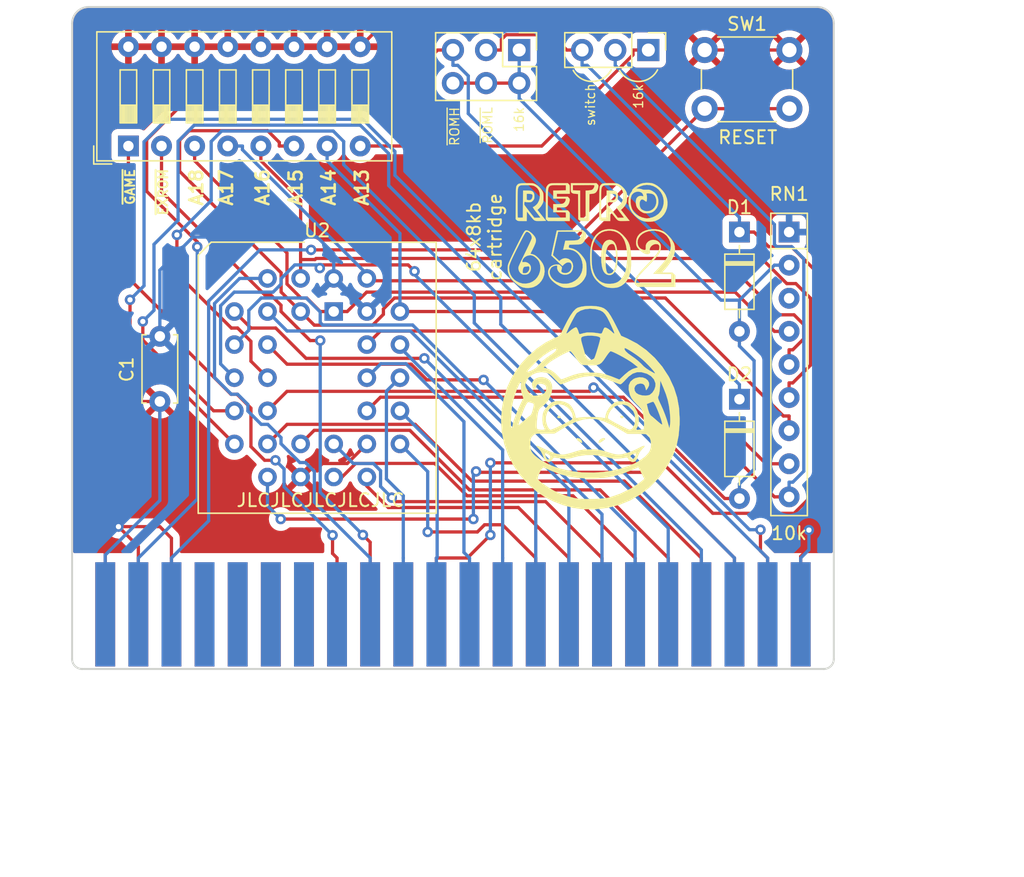
<source format=kicad_pcb>
(kicad_pcb (version 20240108) (generator "pcbnew") (generator_version "8.0")
  (layers (0 "F.Cu" signal) (31 "B.Cu" signal) (34 "B.Paste" user) (35 "F.Paste" user) (36 "B.SilkS" user "B.Silkscreen") (37 "F.SilkS" user "F.Silkscreen") (38 "B.Mask" user) (39 "F.Mask" user) (44 "Edge.Cuts" user))
  (net 0 "")
  (net 1 "GND")
  (net 2 "+5V")
  (net 3 "A13")
  (net 4 "A14")
  (net 5 "A15")
  (net 6 "A16")
  (net 7 "A17")
  (net 8 "Net-(U1-Pad4)")
  (net 9 "Net-(U1-Pad5)")
  (net 10 "Net-(U1-Pad6)")
  (net 11 "Net-(U1-Pad7)")
  (net 12 "Net-(U1-Pad10)")
  (net 13 "Net-(U1-Pad13)")
  (net 14 "Net-(U1-Pad12)")
  (net 15 "Net-(U1-PadF)")
  (net 16 "Net-(U1-PadH)")
  (net 17 "Net-(U1-PadJ)")
  (net 18 "Net-(U1-PadK)")
  (net 19 "Net-(U1-PadL)")
  (net 20 "Net-(U1-PadM)")
  (net 21 "Net-(U1-PadD)")
  (net 22 "Net-(U1-PadE)")
  (net 23 "Net-(U1-PadU)")
  (net 24 "Net-(U1-PadV)")
  (net 25 "Net-(U1-PadW)")
  (net 26 "Net-(U1-PadX)")
  (net 27 "Net-(U1-PadY)")
  (net 28 "Net-(U1-PadR)")
  (net 29 "Net-(U1-PadS)")
  (net 30 "Net-(U1-PadT)")
  (net 31 "Net-(U1-PadP)")
  (net 32 "Net-(U1-PadN)")
  (net 33 "A18")
  (net 34 "Net-(RN1-Pad3)")
  (net 35 "~{OE}")
  (net 36 "~{RES}")
  (net 37 "~{GAME}")
  (net 38 "~{EXROM}")
  (net 39 "~{ROML}")
  (net 40 "D7")
  (net 41 "D6")
  (net 42 "D5")
  (net 43 "D4")
  (net 44 "D3")
  (net 45 "D2")
  (net 46 "D1")
  (net 47 "D0")
  (net 48 "~{ROMH}")
  (net 49 "Net-(J2-Pad1)")
  (footprint "Capacitor_THT:C_Disc_D5.0mm_W2.5mm_P5.00mm" (layer "F.Cu") (at 29.845 51.435 -90)
    (property "Reference" "C1")
    (property "Value" "C")
  )
  (footprint "Button_Switch_THT:SW_PUSH_6mm" (layer "F.Cu") (at 71.628 29.464)
    (property "Reference" "SW1")
    (property "Value" "RESET")
  )
  (footprint "components:C64-Cart" (layer "F.Cu") (at 23.114 76.708)
    (property "Reference" "U1" (hide yes))
    (property "Value" "C64-Exp-Port" (hide yes))
  )
  (footprint "Resistor_THT:R_Array_SIP9" (layer "F.Cu") (at 78.105 43.434 -90)
    (property "Reference" "RN1")
    (property "Value" "10k")
  )
  (footprint "Diode_THT:D_DO-35_SOD27_P7.62mm_Horizontal" (layer "F.Cu") (at 74.295 43.434 -90)
    (property "Reference" "D1")
    (property "Value" "D")
  )
  (footprint "Diode_THT:D_DO-35_SOD27_P7.62mm_Horizontal" (layer "F.Cu") (at 74.295 56.261 -90)
    (property "Reference" "D2")
    (property "Value" "D")
  )
  (footprint "Connector_PinHeader_2.54mm:PinHeader_2x03_P2.54mm_Vertical" (layer "F.Cu") (at 57.404 29.464 -90)
    (property "Reference" "J1")
    (property "Value" "Jumper")
  )
  (footprint "Connector_PinHeader_2.54mm:PinHeader_1x03_P2.54mm_Vertical" (layer "F.Cu") (at 67.31 29.464 -90)
    (property "Reference" "J2")
    (property "Value" "A13switch")
  )
  (footprint "Button_Switch_THT:SW_DIP_SPSTx08_Slide_9.78x22.5mm_W7.62mm_P2.54mm" (layer "F.Cu") (at 27.432 36.83 90)
    (property "Reference" "SW2")
    (property "Value" "SW_DIP_x08")
  )
  (footprint "Package_LCC:PLCC-32_THT-Socket" (layer "F.Cu") (at 43.18 49.53)
    (property "Reference" "U2")
    (property "Value" "SST39SF040")
  )
  (footprint "components:retro6502_logo" (layer "F.Cu") (at 62.865 43.688)
    (property "Reference" "G***" (hide yes))
    (property "Value" "LOGO" (hide yes))
  )
  (footprint "components:slowpoke_400" (layer "F.Cu") (at 62.865 56.896)
    (property "Reference" "G***" (hide yes))
    (property "Value" "LOGO" (hide yes))
  )
  (gr_arc (start 68.014976 30.983484) (mid 66.57235 31.87682) (end 65.104003 31.026421) (stroke (width 0.12)) (layer "F.SilkS"))
  (gr_arc (start 64.458976 30.983484) (mid 63.01635 31.87682) (end 61.548003 31.026421) (stroke (width 0.12)) (layer "F.SilkS"))
  (gr_line (start 23.114 76.2) (end 23.114 27.432) (stroke (width 0.15)) (layer "Edge.Cuts"))
  (gr_line (start 81.534 27.432) (end 81.534 76.2) (stroke (width 0.15)) (layer "Edge.Cuts"))
  (gr_line (start 80.772 76.962) (end 23.876 76.962) (stroke (width 0.15)) (layer "Edge.Cuts"))
  (gr_arc (start 80.264 26.162) (mid 81.162026 26.533974) (end 81.534 27.432) (stroke (width 0.15)) (layer "Edge.Cuts"))
  (gr_line (start 24.384 26.162) (end 80.264 26.162) (stroke (width 0.15)) (layer "Edge.Cuts"))
  (gr_arc (start 23.876 76.962) (mid 23.337185 76.738815) (end 23.114 76.2) (stroke (width 0.15)) (layer "Edge.Cuts"))
  (gr_arc (start 81.534 76.2) (mid 81.310815 76.738815) (end 80.772 76.962) (stroke (width 0.15)) (layer "Edge.Cuts"))
  (gr_arc (start 23.114 27.432) (mid 23.485974 26.533974) (end 24.384 26.162) (stroke (width 0.15)) (layer "Edge.Cuts"))
  (gr_text "64x8kb\ncartridge" (at 54.737 43.815 90) (layer "F.SilkS") (effects (font (size 1 1))))
  (gr_text "A13" (at 45.339 40.005 90) (layer "F.SilkS") (effects (font (size 1 1) (thickness 0.2))))
  (gr_text "A14" (at 42.799 40.005 90) (layer "F.SilkS") (effects (font (size 1 1) (thickness 0.2))))
  (gr_text "A15" (at 40.259 40.005 90) (layer "F.SilkS") (effects (font (size 1 1) (thickness 0.2))))
  (gr_text "A17" (at 34.925 40.005 90) (layer "F.SilkS") (effects (font (size 1 1) (thickness 0.2))))
  (gr_text "A16" (at 37.719 40.005 90) (layer "F.SilkS") (effects (font (size 1 1) (thickness 0.2))))
  (gr_text "A18" (at 32.639 40.005 90) (layer "F.SilkS") (effects (font (size 1 1) (thickness 0.2))))
  (gr_text "~{GAME}" (at 27.559 39.965714 90) (layer "F.SilkS") (effects (font (size 0.7 0.7))))
  (gr_text "16k" (at 66.548 33.02 90) (layer "F.SilkS") (effects (font (size 0.7 0.7) (thickness 0.1))))
  (gr_text "~{ROMH}" (at 52.451 35.331334 90) (layer "F.SilkS") (effects (font (size 0.7 0.7) (thickness 0.1))))
  (gr_text "~{ROML}" (at 54.991 35.248 90) (layer "F.SilkS") (effects (font (size 0.7 0.7) (thickness 0.1))))
  (gr_text "16k" (at 57.404 34.798 90) (layer "F.SilkS") (effects (font (size 0.7 0.7) (thickness 0.1))))
  (gr_text "JLCJLCJLCJLCJLC" (at 42.164 64.008 0) (layer "F.SilkS") (effects (font (size 1 1))))
  (gr_text "switch" (at 62.865 33.655 90) (layer "F.SilkS") (effects (font (size 0.7 0.7) (thickness 0.1))))
  (gr_text "~{EXROM}" (at 30.099 40.365714 90) (layer "F.SilkS") (effects (font (size 0.7 0.7))))
  (segment (start 42.672 29.21) (end 40.132 29.21) (width 0.25) (layer "F.Cu") (net 1))
  (segment (start 44.2162 61.1938) (end 45.72 59.69) (width 0.25) (layer "F.Cu") (net 1))
  (segment (start 24.765 64.77) (end 25.654 65.659) (width 0.25) (layer "F.Cu") (net 1))
  (segment (start 40.64 62.23) (end 41.6762 61.1938) (width 0.25) (layer "F.Cu") (net 1))
  (segment (start 78.359 29.464) (end 78.128 29.464) (width 0.25) (layer "F.Cu") (net 1))
  (segment (start 29.845 60.96) (end 34.29 65.405) (width 0.25) (layer "F.Cu") (net 1))
  (segment (start 24.765 30.48) (end 24.765 54.61) (width 0.25) (layer "F.Cu") (net 1))
  (segment (start 24.765 54.61) (end 24.765 55.245) (width 0.25) (layer "F.Cu") (net 1))
  (segment (start 79.6251 66.3013) (end 80.3219 66.9981) (width 0.25) (layer "F.Cu") (net 1))
  (segment (start 71.628 29.464) (end 69.469 27.305) (width 0.25) (layer "F.Cu") (net 1))
  (segment (start 24.765 55.245) (end 24.765 64.77) (width 0.25) (layer "F.Cu") (net 1))
  (segment (start 37.592 29.21) (end 35.052 29.21) (width 0.25) (layer "F.Cu") (net 1))
  (segment (start 34.29 65.405) (end 37.465 65.405) (width 0.25) (layer "F.Cu") (net 1))
  (segment (start 25.955 56.435) (end 29.845 56.435) (width 0.25) (layer "F.Cu") (net 1))
  (segment (start 29.845 56.435) (end 29.845 60.96) (width 0.25) (layer "F.Cu") (net 1))
  (segment (start 37.465 65.405) (end 40.64 62.23) (width 0.25) (layer "F.Cu") (net 1))
  (segment (start 24.765 55.245) (end 25.955 56.435) (width 0.25) (layer "F.Cu") (net 1))
  (segment (start 45.212 29.21) (end 42.672 29.21) (width 0.25) (layer "F.Cu") (net 1))
  (segment (start 69.469 27.305) (end 47.117 27.305) (width 0.25) (layer "F.Cu") (net 1))
  (segment (start 41.6762 61.1938) (end 44.2162 61.1938) (width 0.25) (layer "F.Cu") (net 1))
  (segment (start 80.645 31.75) (end 78.359 29.464) (width 0.25) (layer "F.Cu") (net 1))
  (segment (start 25.654 65.659) (end 25.654 72.7697) (width 0.25) (layer "F.Cu") (net 1))
  (segment (start 32.512 29.21) (end 29.972 29.21) (width 0.25) (layer "F.Cu") (net 1))
  (segment (start 29.972 29.21) (end 27.432 29.21) (width 0.25) (layer "F.Cu") (net 1))
  (segment (start 80.645 66.675) (end 80.645 31.75) (width 0.25) (layer "F.Cu") (net 1))
  (segment (start 78.994 68.326) (end 80.3219 66.9981) (width 0.25) (layer "F.Cu") (net 1))
  (segment (start 47.117 27.305) (end 45.212 29.21) (width 0.25) (layer "F.Cu") (net 1))
  (segment (start 78.994 72.7697) (end 78.994 68.326) (width 0.25) (layer "F.Cu") (net 1))
  (segment (start 26.035 29.21) (end 24.765 30.48) (width 0.25) (layer "F.Cu") (net 1))
  (segment (start 24.765 54.61) (end 24.765 55.245) (width 0.25) (layer "F.Cu") (net 1))
  (segment (start 78.128 29.464) (end 71.628 29.464) (width 0.25) (layer "F.Cu") (net 1))
  (segment (start 79.625 66.3013) (end 79.6251 66.3013) (width 0.25) (layer "F.Cu") (net 1))
  (segment (start 40.132 29.21) (end 37.592 29.21) (width 0.25) (layer "F.Cu") (net 1))
  (segment (start 35.052 29.21) (end 32.512 29.21) (width 0.25) (layer "F.Cu") (net 1))
  (segment (start 27.432 29.21) (end 26.035 29.21) (width 0.25) (layer "F.Cu") (net 1))
  (segment (start 80.3219 66.9981) (end 80.645 66.675) (width 0.25) (layer "F.Cu") (net 1))
  (via (at 79.625 66.3013) (size 0.8) (drill 0.4) (layers "F.Cu" "B.Cu") (net 1))
  (segment (start 29.845 56.435) (end 29.845 64.027) (width 0.25) (layer "B.Cu") (net 1))
  (segment (start 79.625 67.8134) (end 79.625 66.3013) (width 0.25) (layer "B.Cu") (net 1))
  (segment (start 78.994 68.4444) (end 79.625 67.8134) (width 0.25) (layer "B.Cu") (net 1))
  (segment (start 25.654 68.218) (end 25.654 72.7697) (width 0.25) (layer "B.Cu") (net 1))
  (segment (start 78.994 72.7697) (end 78.994 68.4444) (width 0.25) (layer "B.Cu") (net 1))
  (segment (start 29.845 64.027) (end 25.654 68.218) (width 0.25) (layer "B.Cu") (net 1))
  (segment (start 30.734 66.929) (end 29.845 66.04) (width 0.25) (layer "F.Cu") (net 2))
  (segment (start 28.194 67.564) (end 26.67 66.04) (width 0.25) (layer "F.Cu") (net 2))
  (segment (start 30.734 72.7697) (end 30.734 66.929) (width 0.25) (layer "F.Cu") (net 2))
  (segment (start 28.194 72.7697) (end 28.194 67.564) (width 0.25) (layer "F.Cu") (net 2))
  (segment (start 29.845 66.04) (end 26.67 66.04) (width 0.25) (layer "F.Cu") (net 2))
  (via (at 26.67 66.04) (size 0.8) (drill 0.4) (layers "F.Cu" "B.Cu") (net 2))
  (segment (start 24.765 28.575) (end 24.765 48.26) (width 0.25) (layer "B.Cu") (net 2))
  (segment (start 27.305 51.435) (end 29.845 51.435) (width 0.25) (layer "B.Cu") (net 2))
  (segment (start 26.67 66.04) (end 24.765 64.135) (width 0.25) (layer "B.Cu") (net 2))
  (segment (start 24.765 48.895) (end 24.765 48.26) (width 0.25) (layer "B.Cu") (net 2))
  (segment (start 79.756 43.434) (end 80.645 42.545) (width 0.25) (layer "B.Cu") (net 2))
  (segment (start 43.18 46.99) (end 45.72 49.53) (width 0.25) (layer "B.Cu") (net 2))
  (segment (start 24.765 64.135) (end 24.765 48.895) (width 0.25) (layer "B.Cu") (net 2))
  (segment (start 41.91 43.815) (end 43.18 45.085) (width 0.25) (layer "B.Cu") (net 2))
  (segment (start 80.645 29.21) (end 78.74 27.305) (width 0.25) (layer "B.Cu") (net 2))
  (segment (start 78.105 43.434) (end 79.756 43.434) (width 0.25) (layer "B.Cu") (net 2))
  (segment (start 32.385 43.815) (end 41.91 43.815) (width 0.25) (layer "B.Cu") (net 2))
  (segment (start 29.845 51.435) (end 29.845 46.355) (width 0.25) (layer "B.Cu") (net 2))
  (segment (start 29.845 46.355) (end 32.385 43.815) (width 0.25) (layer "B.Cu") (net 2))
  (segment (start 80.645 42.545) (end 80.645 29.21) (width 0.25) (layer "B.Cu") (net 2))
  (segment (start 26.035 27.305) (end 24.765 28.575) (width 0.25) (layer "B.Cu") (net 2))
  (segment (start 24.765 48.895) (end 27.305 51.435) (width 0.25) (layer "B.Cu") (net 2))
  (segment (start 43.18 45.085) (end 43.18 46.99) (width 0.25) (layer "B.Cu") (net 2))
  (segment (start 78.74 27.305) (end 26.035 27.305) (width 0.25) (layer "B.Cu") (net 2))
  (segment (start 76.9797 63.754) (end 64.2523 51.0266) (width 0.25) (layer "F.Cu") (net 3))
  (segment (start 64.2523 51.0266) (end 46.7634 51.0266) (width 0.25) (layer "F.Cu") (net 3))
  (segment (start 46.7634 51.0266) (end 45.72 52.07) (width 0.25) (layer "F.Cu") (net 3))
  (segment (start 78.105 63.754) (end 76.9797 63.754) (width 0.25) (layer "F.Cu") (net 3))
  (segment (start 76.9796 42.8489) (end 64.77 30.6393) (width 0.25) (layer "B.Cu") (net 3))
  (segment (start 79.232 61.783) (end 79.232 45.4815) (width 0.25) (layer "B.Cu") (net 3))
  (segment (start 78.105 62.6287) (end 78.3863 62.6287) (width 0.25) (layer "B.Cu") (net 3))
  (segment (start 78.3863 62.6287) (end 79.232 61.783) (width 0.25) (layer "B.Cu") (net 3))
  (segment (start 76.9796 44.3931) (end 76.9796 42.8489) (width 0.25) (layer "B.Cu") (net 3))
  (segment (start 78.3099 44.5594) (end 77.1459 44.5594) (width 0.25) (layer "B.Cu") (net 3))
  (segment (start 64.77 29.464) (end 64.77 30.6393) (width 0.25) (layer "B.Cu") (net 3))
  (segment (start 79.232 45.4815) (end 78.3099 44.5594) (width 0.25) (layer "B.Cu") (net 3))
  (segment (start 78.105 63.754) (end 78.105 62.6287) (width 0.25) (layer "B.Cu") (net 3))
  (segment (start 77.1459 44.5594) (end 76.9796 44.3931) (width 0.25) (layer "B.Cu") (net 3))
  (segment (start 76.3282 61.214) (end 64.6442 49.53) (width 0.25) (layer "F.Cu") (net 4))
  (segment (start 78.105 61.214) (end 76.3282 61.214) (width 0.25) (layer "F.Cu") (net 4))
  (segment (start 64.6442 49.53) (end 48.26 49.53) (width 0.25) (layer "F.Cu") (net 4))
  (segment (start 42.672 37.9553) (end 48.26 43.5433) (width 0.25) (layer "B.Cu") (net 4))
  (segment (start 48.26 43.5433) (end 48.26 49.53) (width 0.25) (layer "B.Cu") (net 4))
  (segment (start 42.672 36.83) (end 42.672 37.9553) (width 0.25) (layer "B.Cu") (net 4))
  (segment (start 31.3594 36.3898) (end 31.3594 38.7733) (width 0.25) (layer "F.Cu") (net 5))
  (segment (start 46.99 49.7486) (end 46.1624 50.5762) (width 0.25) (layer "F.Cu") (net 5))
  (segment (start 39.0067 36.5487) (end 38.1119 35.6539) (width 0.25) (layer "F.Cu") (net 5))
  (segment (start 77.6674 57.5487) (end 68.6121 48.4934) (width 0.25) (layer "F.Cu") (net 5))
  (segment (start 39.0067 36.83) (end 39.0067 36.5487) (width 0.25) (layer "F.Cu") (net 5))
  (segment (start 46.1624 50.5762) (end 41.6862 50.5762) (width 0.25) (layer "F.Cu") (net 5))
  (segment (start 47.8307 48.4934) (end 46.99 49.3341) (width 0.25) (layer "F.Cu") (net 5))
  (segment (start 78.105 58.674) (end 78.105 57.5487) (width 0.25) (layer "F.Cu") (net 5))
  (segment (start 78.105 57.5487) (end 77.6674 57.5487) (width 0.25) (layer "F.Cu") (net 5))
  (segment (start 39.1447 48.0347) (end 40.64 49.53) (width 0.25) (layer "F.Cu") (net 5))
  (segment (start 38.1119 35.6539) (end 32.0953 35.6539) (width 0.25) (layer "F.Cu") (net 5))
  (segment (start 32.0953 35.6539) (end 31.3594 36.3898) (width 0.25) (layer "F.Cu") (net 5))
  (segment (start 31.3594 38.7733) (end 39.1447 46.5586) (width 0.25) (layer "F.Cu") (net 5))
  (segment (start 39.1447 46.5586) (end 39.1447 48.0347) (width 0.25) (layer "F.Cu") (net 5))
  (segment (start 68.6121 48.4934) (end 47.8307 48.4934) (width 0.25) (layer "F.Cu") (net 5))
  (segment (start 46.99 49.3341) (end 46.99 49.7486) (width 0.25) (layer "F.Cu") (net 5))
  (segment (start 41.6862 50.5762) (end 40.64 49.53) (width 0.25) (layer "F.Cu") (net 5))
  (segment (start 40.132 36.83) (end 39.0067 36.83) (width 0.25) (layer "F.Cu") (net 5))
  (segment (start 78.3863 55.0087) (end 79.7442 53.6508) (width 0.25) (layer "F.Cu") (net 6))
  (segment (start 79.7442 48.5118) (end 78.621 47.3886) (width 0.25) (layer "F.Cu") (net 6))
  (segment (start 77.928 47.3886) (end 75.9962 45.4568) (width 0.25) (layer "F.Cu") (net 6))
  (segment (start 78.621 47.3886) (end 77.928 47.3886) (width 0.25) (layer "F.Cu") (net 6))
  (segment (start 41.7385 45.5431) (end 40.64 45.5431) (width 0.25) (layer "F.Cu") (net 6))
  (segment (start 37.592 37.9553) (end 40.64 41.0033) (width 0.25) (layer "F.Cu") (net 6))
  (segment (start 37.592 36.83) (end 37.592 37.9553) (width 0.25) (layer "F.Cu") (net 6))
  (segment (start 78.105 55.0087) (end 78.3863 55.0087) (width 0.25) (layer "F.Cu") (net 6))
  (segment (start 40.64 41.0033) (end 40.64 45.5431) (width 0.25) (layer "F.Cu") (net 6))
  (segment (start 79.7442 53.6508) (end 79.7442 48.5118) (width 0.25) (layer "F.Cu") (net 6))
  (segment (start 40.64 45.5431) (end 40.64 46.99) (width 0.25) (layer "F.Cu") (net 6))
  (segment (start 41.8248 45.4568) (end 41.7385 45.5431) (width 0.25) (layer "F.Cu") (net 6))
  (segment (start 75.9962 45.4568) (end 41.8248 45.4568) (width 0.25) (layer "F.Cu") (net 6))
  (segment (start 78.105 56.134) (end 78.105 55.0087) (width 0.25) (layer "F.Cu") (net 6))
  (segment (start 78.3863 52.4687) (end 78.105 52.4687) (width 0.25) (layer "F.Cu") (net 7))
  (segment (start 78.105 53.594) (end 78.105 52.4687) (width 0.25) (layer "F.Cu") (net 7))
  (segment (start 45.72 46.99) (end 45.901 47.171) (width 0.25) (layer "F.Cu") (net 7))
  (segment (start 79.2337 50.5358) (end 79.2337 51.6213) (width 0.25) (layer "F.Cu") (net 7))
  (segment (start 74.74 47.171) (end 77.353 49.784) (width 0.25) (layer "F.Cu") (net 7))
  (segment (start 45.901 47.171) (end 74.74 47.171) (width 0.25) (layer "F.Cu") (net 7))
  (segment (start 79.2337 51.6213) (end 78.3863 52.4687) (width 0.25) (layer "F.Cu") (net 7))
  (segment (start 77.353 49.784) (end 78.4819 49.784) (width 0.25) (layer "F.Cu") (net 7))
  (segment (start 78.4819 49.784) (end 79.2337 50.5358) (width 0.25) (layer "F.Cu") (net 7))
  (segment (start 45.72 46.6541) (end 36.1773 37.1114) (width 0.25) (layer "B.Cu") (net 7))
  (segment (start 45.72 46.99) (end 45.72 46.6541) (width 0.25) (layer "B.Cu") (net 7))
  (segment (start 35.052 36.83) (end 36.1773 36.83) (width 0.25) (layer "B.Cu") (net 7))
  (segment (start 36.1773 37.1114) (end 36.1773 36.83) (width 0.25) (layer "B.Cu") (net 7))
  (segment (start 36.5966 57.1671) (end 36.5966 56.6661) (width 0.25) (layer "B.Cu") (net 18))
  (segment (start 35.9628 46.99) (end 38.1 46.99) (width 0.25) (layer "B.Cu") (net 18))
  (segment (start 45.974 72.7697) (end 45.974 68.4444) (width 0.25) (layer "B.Cu") (net 18))
  (segment (start 39.1366 59.2045) (end 38.1187 58.1866) (width 0.25) (layer "B.Cu") (net 18))
  (segment (start 45.974 68.4444) (end 41.693 64.1634) (width 0.25) (layer "B.Cu") (net 18))
  (segment (start 41.693 64.1634) (end 41.693 61.8006) (width 0.25) (layer "B.Cu") (net 18))
  (segment (start 41.693 61.8006) (end 41.0117 61.1193) (width 0.25) (layer "B.Cu") (net 18))
  (segment (start 38.1187 58.1866) (end 37.6161 58.1866) (width 0.25) (layer "B.Cu") (net 18))
  (segment (start 36.5966 56.6661) (end 35.8105 55.88) (width 0.25) (layer "B.Cu") (net 18))
  (segment (start 37.6161 58.1866) (end 36.5966 57.1671) (width 0.25) (layer "B.Cu") (net 18))
  (segment (start 40.5806 61.1193) (end 39.1366 59.6753) (width 0.25) (layer "B.Cu") (net 18))
  (segment (start 34.0366 54.5889) (end 34.0366 48.9162) (width 0.25) (layer "B.Cu") (net 18))
  (segment (start 35.3277 55.88) (end 34.0366 54.5889) (width 0.25) (layer "B.Cu") (net 18))
  (segment (start 35.8105 55.88) (end 35.3277 55.88) (width 0.25) (layer "B.Cu") (net 18))
  (segment (start 41.0117 61.1193) (end 40.5806 61.1193) (width 0.25) (layer "B.Cu") (net 18))
  (segment (start 39.1366 59.6753) (end 39.1366 59.2045) (width 0.25) (layer "B.Cu") (net 18))
  (segment (start 34.0366 48.9162) (end 35.9628 46.99) (width 0.25) (layer "B.Cu") (net 18))
  (segment (start 48.514 72.7697) (end 48.514 68.4444) (width 0.25) (layer "B.Cu") (net 19))
  (segment (start 47.2217 55.6483) (end 48.26 54.61) (width 0.25) (layer "B.Cu") (net 19))
  (segment (start 48.514 68.4444) (end 48.514 63.6701) (width 0.25) (layer "B.Cu") (net 19))
  (segment (start 48.514 63.6701) (end 47.2217 62.3778) (width 0.25) (layer "B.Cu") (net 19))
  (segment (start 47.2217 62.3778) (end 47.2217 55.6483) (width 0.25) (layer "B.Cu") (net 19))
  (segment (start 51.1119 60.0019) (end 48.26 57.15) (width 0.25) (layer "B.Cu") (net 20))
  (segment (start 51.054 72.7697) (end 51.054 68.4444) (width 0.25) (layer "B.Cu") (net 20))
  (segment (start 51.054 68.4444) (end 51.1119 68.3865) (width 0.25) (layer "B.Cu") (net 20))
  (segment (start 51.1119 68.3865) (end 51.1119 60.0019) (width 0.25) (layer "B.Cu") (net 20))
  (segment (start 39.6035 53.5735) (end 38.1 52.07) (width 0.25) (layer "F.Cu") (net 23))
  (segment (start 50.3246 54.7765) (end 49.1216 53.5735) (width 0.25) (layer "F.Cu") (net 23))
  (segment (start 49.1216 53.5735) (end 39.6035 53.5735) (width 0.25) (layer "F.Cu") (net 23))
  (segment (start 54.6695 54.7765) (end 50.3246 54.7765) (width 0.25) (layer "F.Cu") (net 23))
  (via (at 54.6695 54.7765) (size 0.8) (drill 0.4) (layers "F.Cu" "B.Cu") (net 23))
  (segment (start 54.6695 54.7765) (end 66.294 66.401) (width 0.25) (layer "B.Cu") (net 23))
  (segment (start 66.294 66.401) (end 66.294 72.7697) (width 0.25) (layer "B.Cu") (net 23))
  (segment (start 49.3775 46.4457) (end 48.8853 45.9535) (width 0.25) (layer "F.Cu") (net 24))
  (segment (start 48.8853 45.9535) (end 42.3539 45.9535) (width 0.25) (layer "F.Cu") (net 24))
  (segment (start 42.3539 45.9535) (end 42.1121 46.1953) (width 0.25) (layer "F.Cu") (net 24))
  (via (at 42.1121 46.1953) (size 0.8) (drill 0.4) (layers "F.Cu" "B.Cu") (net 24))
  (via (at 49.3775 46.4457) (size 0.8) (drill 0.4) (layers "F.Cu" "B.Cu") (net 24))
  (segment (start 40.1942 45.9534) (end 41.8702 45.9534) (width 0.25) (layer "B.Cu") (net 24))
  (segment (start 39.1366 47.011) (end 40.1942 45.9534) (width 0.25) (layer "B.Cu") (net 24))
  (segment (start 38.5253 48.043) (end 39.1366 47.4317) (width 0.25) (layer "B.Cu") (net 24))
  (segment (start 68.834 66.1486) (end 68.834 72.7697) (width 0.25) (layer "B.Cu") (net 24))
  (segment (start 49.3775 46.6921) (end 68.834 66.1486) (width 0.25) (layer "B.Cu") (net 24))
  (segment (start 34.503 53.553) (end 34.503 49.0867) (width 0.25) (layer "B.Cu") (net 24))
  (segment (start 35.56 54.61) (end 34.503 53.553) (width 0.25) (layer "B.Cu") (net 24))
  (segment (start 41.8702 45.9534) (end 42.1121 46.1953) (width 0.25) (layer "B.Cu") (net 24))
  (segment (start 49.3775 46.4457) (end 49.3775 46.6921) (width 0.25) (layer "B.Cu") (net 24))
  (segment (start 35.5467 48.043) (end 38.5253 48.043) (width 0.25) (layer "B.Cu") (net 24))
  (segment (start 39.1366 47.4317) (end 39.1366 47.011) (width 0.25) (layer "B.Cu") (net 24))
  (segment (start 34.503 49.0867) (end 35.5467 48.043) (width 0.25) (layer "B.Cu") (net 24))
  (segment (start 38.1 54.61) (end 36.83 53.34) (width 0.25) (layer "F.Cu") (net 25))
  (segment (start 31.1526 46.6249) (end 31.1526 43.6498) (width 0.25) (layer "F.Cu") (net 25))
  (segment (start 36.83 51.8197) (end 35.8101 50.7998) (width 0.25) (layer "F.Cu") (net 25))
  (segment (start 35.3275 50.7998) (end 31.1526 46.6249) (width 0.25) (layer "F.Cu") (net 25))
  (segment (start 36.83 53.34) (end 36.83 51.8197) (width 0.25) (layer "F.Cu") (net 25))
  (segment (start 35.8101 50.7998) (end 35.3275 50.7998) (width 0.25) (layer "F.Cu") (net 25))
  (via (at 31.1526 43.6498) (size 0.8) (drill 0.4) (layers "F.Cu" "B.Cu") (net 25))
  (segment (start 33.782 41.0204) (end 33.782 36.482) (width 0.25) (layer "B.Cu") (net 25))
  (segment (start 43.1379 35.679) (end 43.942 36.4831) (width 0.25) (layer "B.Cu") (net 25))
  (segment (start 71.374 67.8255) (end 71.374 72.7697) (width 0.25) (layer "B.Cu") (net 25))
  (segment (start 31.1526 43.6498) (end 33.782 41.0204) (width 0.25) (layer "B.Cu") (net 25))
  (segment (start 34.585 35.679) (end 43.1379 35.679) (width 0.25) (layer "B.Cu") (net 25))
  (segment (start 33.782 36.482) (end 34.585 35.679) (width 0.25) (layer "B.Cu") (net 25))
  (segment (start 53.9595 48.2754) (end 53.9595 50.411) (width 0.25) (layer "B.Cu") (net 25))
  (segment (start 53.9595 50.411) (end 71.374 67.8255) (width 0.25) (layer "B.Cu") (net 25))
  (segment (start 43.942 36.4831) (end 43.942 38.2579) (width 0.25) (layer "B.Cu") (net 25))
  (segment (start 43.942 38.2579) (end 53.9595 48.2754) (width 0.25) (layer "B.Cu") (net 25))
  (segment (start 28.5385 51.7199) (end 33.9686 57.15) (width 0.25) (layer "F.Cu") (net 26))
  (segment (start 28.5385 50.2934) (end 28.5385 51.7199) (width 0.25) (layer "F.Cu") (net 26))
  (segment (start 33.9686 57.15) (end 35.56 57.15) (width 0.25) (layer "F.Cu") (net 26))
  (via (at 28.5385 50.2934) (size 0.8) (drill 0.4) (layers "F.Cu" "B.Cu") (net 26))
  (segment (start 29.3946 49.4373) (end 28.5385 50.2934) (width 0.25) (layer "B.Cu") (net 26))
  (segment (start 55.9924 48.4575) (end 47.3947 39.8598) (width 0.25) (layer "B.Cu") (net 26))
  (segment (start 45.2131 35.2287) (end 32.4804 35.2287) (width 0.25) (layer "B.Cu") (net 26))
  (segment (start 31.242 42.5278) (end 29.3946 44.3752) (width 0.25) (layer "B.Cu") (net 26))
  (segment (start 55.9924 50.5228) (end 55.9924 48.4575) (width 0.25) (layer "B.Cu") (net 26))
  (segment (start 47.3947 37.4103) (end 45.2131 35.2287) (width 0.25) (layer "B.Cu") (net 26))
  (segment (start 32.4804 35.2287) (end 31.242 36.4671) (width 0.25) (layer "B.Cu") (net 26))
  (segment (start 73.914 72.7697) (end 73.914 68.4444) (width 0.25) (layer "B.Cu") (net 26))
  (segment (start 31.242 36.4671) (end 31.242 42.5278) (width 0.25) (layer "B.Cu") (net 26))
  (segment (start 47.3947 39.8598) (end 47.3947 37.4103) (width 0.25) (layer "B.Cu") (net 26))
  (segment (start 29.3946 44.3752) (end 29.3946 49.4373) (width 0.25) (layer "B.Cu") (net 26))
  (segment (start 73.914 68.4444) (end 55.9924 50.5228) (width 0.25) (layer "B.Cu") (net 26))
  (segment (start 62.8183 55.6548) (end 63.1039 55.3692) (width 0.25) (layer "F.Cu") (net 27))
  (segment (start 38.1 57.15) (end 39.5952 55.6548) (width 0.25) (layer "F.Cu") (net 27))
  (segment (start 39.5952 55.6548) (end 62.8183 55.6548) (width 0.25) (layer "F.Cu") (net 27))
  (via (at 63.1039 55.3692) (size 0.8) (drill 0.4) (layers "F.Cu" "B.Cu") (net 27))
  (segment (start 76.454 68.4444) (end 63.3788 55.3692) (width 0.25) (layer "B.Cu") (net 27))
  (segment (start 63.3788 55.3692) (end 63.1039 55.3692) (width 0.25) (layer "B.Cu") (net 27))
  (segment (start 76.454 72.7697) (end 76.454 68.4444) (width 0.25) (layer "B.Cu") (net 27))
  (segment (start 38.7331 50.8) (end 36.83 50.8) (width 0.25) (layer "F.Cu") (net 28))
  (segment (start 41.0563 53.1232) (end 38.7331 50.8) (width 0.25) (layer "F.Cu") (net 28))
  (segment (start 36.83 50.8) (end 35.56 49.53) (width 0.25) (layer "F.Cu") (net 28))
  (segment (start 50.1287 53.1232) (end 41.0563 53.1232) (width 0.25) (layer "F.Cu") (net 28))
  (via (at 50.1287 53.1232) (size 0.8) (drill 0.4) (layers "F.Cu" "B.Cu") (net 28))
  (segment (start 58.674 72.7697) (end 58.674 68.4444) (width 0.25) (layer "B.Cu") (net 28))
  (segment (start 50.1287 53.1232) (end 58.674 61.6685) (width 0.25) (layer "B.Cu") (net 28))
  (segment (start 58.674 61.6685) (end 58.674 68.4444) (width 0.25) (layer "B.Cu") (net 28))
  (segment (start 61.214 72.7697) (end 61.214 63.1825) (width 0.25) (layer "B.Cu") (net 29))
  (segment (start 49.0564 51.0249) (end 39.5949 51.0249) (width 0.25) (layer "B.Cu") (net 29))
  (segment (start 39.5949 51.0249) (end 38.1 49.53) (width 0.25) (layer "B.Cu") (net 29))
  (segment (start 61.214 63.1825) (end 49.0564 51.0249) (width 0.25) (layer "B.Cu") (net 29))
  (segment (start 42.1434 50.3759) (end 42.334 50.5665) (width 0.25) (layer "B.Cu") (net 30))
  (segment (start 49.2349 50.5665) (end 63.754 65.0856) (width 0.25) (layer "B.Cu") (net 30))
  (segment (start 63.754 65.0856) (end 63.754 72.7697) (width 0.25) (layer "B.Cu") (net 30))
  (segment (start 42.334 50.5665) (end 49.2349 50.5665) (width 0.25) (layer "B.Cu") (net 30))
  (segment (start 36.6674 50.9626) (end 36.6674 49.4421) (width 0.25) (layer "B.Cu") (net 30))
  (segment (start 35.56 52.07) (end 36.6674 50.9626) (width 0.25) (layer "B.Cu") (net 30))
  (segment (start 42.1434 49.5625) (end 42.1434 50.3759) (width 0.25) (layer "B.Cu") (net 30))
  (segment (start 41.0743 48.4934) (end 42.1434 49.5625) (width 0.25) (layer "B.Cu") (net 30))
  (segment (start 36.6674 49.4421) (end 37.6161 48.4934) (width 0.25) (layer "B.Cu") (net 30))
  (segment (start 37.6161 48.4934) (end 41.0743 48.4934) (width 0.25) (layer "B.Cu") (net 30))
  (segment (start 56.134 72.7697) (end 56.134 68.4444) (width 0.25) (layer "B.Cu") (net 31))
  (segment (start 48.26 52.07) (end 48.26 52.2802) (width 0.25) (layer "B.Cu") (net 31))
  (segment (start 48.26 52.2802) (end 56.134 60.1542) (width 0.25) (layer "B.Cu") (net 31))
  (segment (start 56.134 60.1542) (end 56.134 68.4444) (width 0.25) (layer "B.Cu") (net 31))
  (segment (start 53.594 72.7697) (end 53.594 68.4444) (width 0.25) (layer "B.Cu") (net 32))
  (segment (start 53.1669 57.9851) (end 48.7189 53.5371) (width 0.25) (layer "B.Cu") (net 32))
  (segment (start 53.594 68.4444) (end 53.1669 68.0173) (width 0.25) (layer "B.Cu") (net 32))
  (segment (start 53.1669 68.0173) (end 53.1669 57.9851) (width 0.25) (layer "B.Cu") (net 32))
  (segment (start 46.7929 53.5371) (end 45.72 54.61) (width 0.25) (layer "B.Cu") (net 32))
  (segment (start 48.7189 53.5371) (end 46.7929 53.5371) (width 0.25) (layer "B.Cu") (net 32))
  (segment (start 41.107 48.4935) (end 42.1435 49.53) (width 0.25) (layer "F.Cu") (net 33))
  (segment (start 39.5951 47.4209) (end 40.6677 48.4935) (width 0.25) (layer "F.Cu") (net 33))
  (segment (start 32.512 37.9553) (end 39.5951 45.0384) (width 0.25) (layer "F.Cu") (net 33))
  (segment (start 39.5951 45.0384) (end 39.5951 47.4209) (width 0.25) (layer "F.Cu") (net 33))
  (segment (start 40.6677 48.4935) (end 41.107 48.4935) (width 0.25) (layer "F.Cu") (net 33))
  (segment (start 32.512 36.83) (end 32.512 37.9553) (width 0.25) (layer "F.Cu") (net 33))
  (segment (start 76.9797 51.054) (end 73.9688 48.0431) (width 0.25) (layer "F.Cu") (net 33))
  (segment (start 78.105 51.054) (end 76.9797 51.054) (width 0.25) (layer "F.Cu") (net 33))
  (segment (start 43.18 49.53) (end 42.1435 49.53) (width 0.25) (layer "F.Cu") (net 33))
  (segment (start 45.7034 48.0431) (end 44.2165 49.53) (width 0.25) (layer "F.Cu") (net 33))
  (segment (start 43.18 49.53) (end 44.2165 49.53) (width 0.25) (layer "F.Cu") (net 33))
  (segment (start 73.9688 48.0431) (end 45.7034 48.0431) (width 0.25) (layer "F.Cu") (net 33))
  (segment (start 54.864 32.004) (end 52.324 32.004) (width 0.25) (layer "F.Cu") (net 35))
  (segment (start 57.404 32.004) (end 54.864 32.004) (width 0.25) (layer "F.Cu") (net 35))
  (segment (start 65.3939 56.1052) (end 73.1697 63.881) (width 0.25) (layer "F.Cu") (net 35))
  (segment (start 46.7648 56.1052) (end 65.3939 56.1052) (width 0.25) (layer "F.Cu") (net 35))
  (segment (start 45.72 57.15) (end 46.7648 56.1052) (width 0.25) (layer "F.Cu") (net 35))
  (segment (start 74.295 63.881) (end 73.1697 63.881) (width 0.25) (layer "F.Cu") (net 35))
  (segment (start 57.404 32.004) (end 57.404 33.1793) (width 0.25) (layer "B.Cu") (net 35))
  (segment (start 75.4203 53.3046) (end 75.4203 61.6304) (width 0.25) (layer "B.Cu") (net 35))
  (segment (start 74.295 63.881) (end 74.295 62.7557) (width 0.25) (layer "B.Cu") (net 35))
  (segment (start 74.295 52.1793) (end 75.4203 53.3046) (width 0.25) (layer "B.Cu") (net 35))
  (segment (start 78.105 45.974) (end 76.9797 45.974) (width 0.25) (layer "B.Cu") (net 35))
  (segment (start 57.404 29.464) (end 57.404 32.004) (width 0.25) (layer "B.Cu") (net 35))
  (segment (start 76.9797 45.974) (end 74.295 48.6587) (width 0.25) (layer "B.Cu") (net 35))
  (segment (start 72.8834 48.6587) (end 57.404 33.1793) (width 0.25) (layer "B.Cu") (net 35))
  (segment (start 74.295 48.6587) (end 72.8834 48.6587) (width 0.25) (layer "B.Cu") (net 35))
  (segment (start 74.295 51.054) (end 74.295 52.1793) (width 0.25) (layer "B.Cu") (net 35))
  (segment (start 74.295 48.6587) (end 74.295 51.054) (width 0.25) (layer "B.Cu") (net 35))
  (segment (start 75.4203 61.6304) (end 74.295 62.7557) (width 0.25) (layer "B.Cu") (net 35))
  (segment (start 71.628 33.964) (end 60.7923 44.7997) (width 0.25) (layer "F.Cu") (net 36))
  (segment (start 71.628 33.964) (end 78.128 33.964) (width 0.25) (layer "F.Cu") (net 36))
  (segment (start 60.7923 44.7997) (end 41.4421 44.7997) (width 0.25) (layer "F.Cu") (net 36))
  (via (at 41.4421 44.7997) (size 0.8) (drill 0.4) (layers "F.Cu" "B.Cu") (net 36))
  (segment (start 41.4421 44.7997) (end 37.5162 44.7997) (width 0.25) (layer "B.Cu") (net 36))
  (segment (start 37.5162 44.7997) (end 33.5862 48.7297) (width 0.25) (layer "B.Cu") (net 36))
  (segment (start 30.734 72.7697) (end 30.734 68.4444) (width 0.25) (layer "B.Cu") (net 36))
  (segment (start 33.5862 65.5922) (end 30.734 68.4444) (width 0.25) (layer "B.Cu") (net 36))
  (segment (start 33.5862 48.7297) (end 33.5862 65.5922) (width 0.25) (layer "B.Cu") (net 36))
  (segment (start 37.8793 60.9473) (end 36.83 59.898) (width 0.25) (layer "F.Cu") (net 37))
  (segment (start 43.434 68.4444) (end 43.0889 68.0993) (width 0.25) (layer "F.Cu") (net 37))
  (segment (start 43.434 72.7697) (end 43.434 68.4444) (width 0.25) (layer "F.Cu") (net 37))
  (segment (start 43.0889 68.0993) (end 43.0889 66.6982) (width 0.25) (layer "F.Cu") (net 37))
  (segment (start 35.2973 55.88) (end 31.2869 51.8696) (width 0.25) (layer "F.Cu") (net 37))
  (segment (start 27.432 46.9545) (end 27.432 36.83) (width 0.25) (layer "F.Cu") (net 37))
  (segment (start 31.2869 50.8094) (end 27.432 46.9545) (width 0.25) (layer "F.Cu") (net 37))
  (segment (start 35.7616 55.88) (end 35.2973 55.88) (width 0.25) (layer "F.Cu") (net 37))
  (segment (start 36.83 56.9484) (end 35.7616 55.88) (width 0.25) (layer "F.Cu") (net 37))
  (segment (start 36.83 59.898) (end 36.83 56.9484) (width 0.25) (layer "F.Cu") (net 37))
  (segment (start 38.708 60.9473) (end 37.8793 60.9473) (width 0.25) (layer "F.Cu") (net 37))
  (segment (start 31.2869 51.8696) (end 31.2869 50.8094) (width 0.25) (layer "F.Cu") (net 37))
  (via (at 38.708 60.9473) (size 0.8) (drill 0.4) (layers "F.Cu" "B.Cu") (net 37))
  (via (at 43.0889 66.6982) (size 0.8) (drill 0.4) (layers "F.Cu" "B.Cu") (net 37))
  (segment (start 43.0889 66.6982) (end 39.3701 62.9794) (width 0.25) (layer "B.Cu") (net 37))
  (segment (start 39.3701 61.6094) (end 38.708 60.9473) (width 0.25) (layer "B.Cu") (net 37))
  (segment (start 39.3701 62.9794) (end 39.3701 61.6094) (width 0.25) (layer "B.Cu") (net 37))
  (segment (start 39.1366 49.0461) (end 38.3505 48.26) (width 0.25) (layer "F.Cu") (net 38))
  (segment (start 29.972 40.336) (end 29.972 37.9553) (width 0.25) (layer "F.Cu") (net 38))
  (segment (start 42.1434 51.7581) (end 41.3706 51.7581) (width 0.25) (layer "F.Cu") (net 38))
  (segment (start 29.972 36.83) (end 29.972 37.9553) (width 0.25) (layer "F.Cu") (net 38))
  (segment (start 37.896 48.26) (end 29.972 40.336) (width 0.25) (layer "F.Cu") (net 38))
  (segment (start 41.3706 51.7581) (end 39.1366 49.5241) (width 0.25) (layer "F.Cu") (net 38))
  (segment (start 39.1366 49.5241) (end 39.1366 49.0461) (width 0.25) (layer "F.Cu") (net 38))
  (segment (start 45.974 72.7697) (end 45.974 67.2338) (width 0.25) (layer "F.Cu") (net 38))
  (segment (start 45.974 67.2338) (end 45.4175 66.6773) (width 0.25) (layer "F.Cu") (net 38))
  (segment (start 38.3505 48.26) (end 37.896 48.26) (width 0.25) (layer "F.Cu") (net 38))
  (via (at 42.1434 51.7581) (size 0.8) (drill 0.4) (layers "F.Cu" "B.Cu") (net 38))
  (via (at 45.4175 66.6773) (size 0.8) (drill 0.4) (layers "F.Cu" "B.Cu") (net 38))
  (segment (start 42.1434 63.4032) (end 42.1434 51.7581) (width 0.25) (layer "B.Cu") (net 38))
  (segment (start 45.4175 66.6773) (end 42.1434 63.4032) (width 0.25) (layer "B.Cu") (net 38))
  (segment (start 74.295 43.434) (end 75.4203 43.434) (width 0.25) (layer "F.Cu") (net 39))
  (segment (start 62.23 29.464) (end 61.0547 29.464) (width 0.25) (layer "F.Cu") (net 39))
  (segment (start 59.8794 28.2887) (end 61.0547 29.464) (width 0.25) (layer "F.Cu") (net 39))
  (segment (start 56.4066 28.2887) (end 59.8794 28.2887) (width 0.25) (layer "F.Cu") (net 39))
  (segment (start 68.3832 61.144) (end 55.1942 61.144) (width 0.25) (layer "F.Cu") (net 39))
  (segment (start 51.054 72.7697) (end 51.054 68.4444) (width 0.25) (layer "F.Cu") (net 39))
  (segment (start 56.0393 29.464) (end 56.0393 28.656) (width 0.25) (layer "F.Cu") (net 39))
  (segment (start 56.0393 28.656) (end 56.4066 28.2887) (width 0.25) (layer "F.Cu") (net 39))
  (segment (start 51.054 68.4444) (end 53.4296 68.4444) (width 0.25) (layer "F.Cu") (net 39))
  (segment (start 76.5456 44.5593) (end 78.2873 44.5593) (width 0.25) (layer "F.Cu") (net 39))
  (segment (start 54.864 29.464) (end 56.0393 29.464) (width 0.25) (layer "F.Cu") (net 39))
  (segment (start 78.4943 65.0147) (end 72.2539 65.0147) (width 0.25) (layer "F.Cu") (net 39))
  (segment (start 75.4203 43.434) (end 76.5456 44.5593) (width 0.25) (layer "F.Cu") (net 39))
  (segment (start 80.1946 46.4666) (end 80.1946 63.3144) (width 0.25) (layer "F.Cu") (net 39))
  (segment (start 80.1946 63.3144) (end 78.4943 65.0147) (width 0.25) (layer "F.Cu") (net 39))
  (segment (start 53.4296 68.4444) (end 55.1942 66.6798) (width 0.25) (layer "F.Cu") (net 39))
  (segment (start 78.2873 44.5593) (end 80.1946 46.4666) (width 0.25) (layer "F.Cu") (net 39))
  (segment (start 72.2539 65.0147) (end 68.3832 61.144) (width 0.25) (layer "F.Cu") (net 39))
  (via (at 55.1942 66.6798) (size 0.8) (drill 0.4) (layers "F.Cu" "B.Cu") (net 39))
  (via (at 55.1942 61.144) (size 0.8) (drill 0.4) (layers "F.Cu" "B.Cu") (net 39))
  (segment (start 62.6256 30.6393) (end 74.295 42.3087) (width 0.25) (layer "B.Cu") (net 39))
  (segment (start 62.23 29.464) (end 62.23 30.6393) (width 0.25) (layer "B.Cu") (net 39))
  (segment (start 55.1942 66.6798) (end 55.1942 61.144) (width 0.25) (layer "B.Cu") (net 39))
  (segment (start 74.295 43.434) (end 74.295 42.3087) (width 0.25) (layer "B.Cu") (net 39))
  (segment (start 62.23 30.6393) (end 62.6256 30.6393) (width 0.25) (layer "B.Cu") (net 39))
  (segment (start 54.7499 65.8943) (end 54.1979 66.4463) (width 0.25) (layer "F.Cu") (net 40))
  (segment (start 54.1979 66.4463) (end 50.3861 66.4463) (width 0.25) (layer "F.Cu") (net 40))
  (segment (start 58.674 68.4444) (end 56.1239 65.8943) (width 0.25) (layer "F.Cu") (net 40))
  (segment (start 58.674 72.7697) (end 58.674 68.4444) (width 0.25) (layer "F.Cu") (net 40))
  (segment (start 56.1239 65.8943) (end 54.7499 65.8943) (width 0.25) (layer "F.Cu") (net 40))
  (via (at 50.3861 66.4463) (size 0.8) (drill 0.4) (layers "F.Cu" "B.Cu") (net 40))
  (segment (start 50.3861 61.8161) (end 50.3861 66.4463) (width 0.25) (layer "B.Cu") (net 40))
  (segment (start 48.26 59.69) (end 50.3861 61.8161) (width 0.25) (layer "B.Cu") (net 40))
  (segment (start 57.3408 64.5712) (end 61.214 68.4444) (width 0.25) (layer "F.Cu") (net 41))
  (segment (start 61.214 72.7697) (end 61.214 68.4444) (width 0.25) (layer "F.Cu") (net 41))
  (segment (start 45.72 62.23) (end 45.72 62.9276) (width 0.25) (layer "F.Cu") (net 41))
  (segment (start 47.3636 64.5712) (end 57.3408 64.5712) (width 0.25) (layer "F.Cu") (net 41))
  (segment (start 45.72 62.9276) (end 47.3636 64.5712) (width 0.25) (layer "F.Cu") (net 41))
  (segment (start 47.6318 63.8137) (end 47.939 64.1209) (width 0.25) (layer "F.Cu") (net 42))
  (segment (start 47.939 64.1209) (end 59.4305 64.1209) (width 0.25) (layer "F.Cu") (net 42))
  (segment (start 59.4305 64.1209) (end 63.754 68.4444) (width 0.25) (layer "F.Cu") (net 42))
  (segment (start 63.754 72.7697) (end 63.754 68.4444) (width 0.25) (layer "F.Cu") (net 42))
  (via (at 47.6318 63.8137) (size 0.8) (drill 0.4) (layers "F.Cu" "B.Cu") (net 42))
  (segment (start 44.6834 61.1934) (end 46.2213 61.1934) (width 0.25) (layer "B.Cu") (net 42))
  (segment (start 46.7712 62.9531) (end 47.6318 63.8137) (width 0.25) (layer "B.Cu") (net 42))
  (segment (start 46.2213 61.1934) (end 46.7712 61.7433) (width 0.25) (layer "B.Cu") (net 42))
  (segment (start 43.18 59.69) (end 44.6834 61.1934) (width 0.25) (layer "B.Cu") (net 42))
  (segment (start 46.7712 61.7433) (end 46.7712 62.9531) (width 0.25) (layer "B.Cu") (net 42))
  (segment (start 44.8624 61.1845) (end 50.9213 61.1845) (width 0.25) (layer "F.Cu") (net 43))
  (segment (start 43.18 62.23) (end 43.8169 62.23) (width 0.25) (layer "F.Cu") (net 43))
  (segment (start 61.5202 63.6706) (end 66.294 68.4444) (width 0.25) (layer "F.Cu") (net 43))
  (segment (start 66.294 72.7697) (end 66.294 68.4444) (width 0.25) (layer "F.Cu") (net 43))
  (segment (start 43.8169 62.23) (end 44.8624 61.1845) (width 0.25) (layer "F.Cu") (net 43))
  (segment (start 53.4074 63.6706) (end 61.5202 63.6706) (width 0.25) (layer "F.Cu") (net 43))
  (segment (start 50.9213 61.1845) (end 53.4074 63.6706) (width 0.25) (layer "F.Cu") (net 43))
  (segment (start 63.6099 63.2203) (end 68.834 68.4444) (width 0.25) (layer "F.Cu") (net 44))
  (segment (start 68.834 72.7697) (end 68.834 68.4444) (width 0.25) (layer "F.Cu") (net 44))
  (segment (start 49.019 58.6453) (end 53.594 63.2203) (width 0.25) (layer "F.Cu") (net 44))
  (segment (start 40.64 59.69) (end 41.6847 58.6453) (width 0.25) (layer "F.Cu") (net 44))
  (segment (start 53.594 63.2203) (end 63.6099 63.2203) (width 0.25) (layer "F.Cu") (net 44))
  (segment (start 41.6847 58.6453) (end 49.019 58.6453) (width 0.25) (layer "F.Cu") (net 44))
  (segment (start 53.7809 62.5449) (end 49.4226 58.1866) (width 0.25) (layer "F.Cu") (net 45))
  (segment (start 71.374 72.7697) (end 71.374 68.4444) (width 0.25) (layer "F.Cu") (net 45))
  (segment (start 71.374 68.4444) (end 65.4745 62.5449) (width 0.25) (layer "F.Cu") (net 45))
  (segment (start 39.6034 58.1866) (end 38.1 59.69) (width 0.25) (layer "F.Cu") (net 45))
  (segment (start 49.4226 58.1866) (end 39.6034 58.1866) (width 0.25) (layer "F.Cu") (net 45))
  (segment (start 65.4745 62.5449) (end 53.7809 62.5449) (width 0.25) (layer "F.Cu") (net 45))
  (segment (start 73.914 68.4444) (end 67.339 61.8694) (width 0.25) (layer "F.Cu") (net 46))
  (segment (start 73.914 72.7697) (end 73.914 68.4444) (width 0.25) (layer "F.Cu") (net 46))
  (segment (start 39.116 65.4576) (end 53.8923 65.4576) (width 0.25) (layer "F.Cu") (net 46))
  (segment (start 54.1674 61.8694) (end 54.0986 61.8006) (width 0.25) (layer "F.Cu") (net 46))
  (segment (start 67.339 61.8694) (end 54.1674 61.8694) (width 0.25) (layer "F.Cu") (net 46))
  (via (at 39.116 65.4576) (size 0.8) (drill 0.4) (layers "F.Cu" "B.Cu") (net 46))
  (via (at 53.8923 65.4576) (size 0.8) (drill 0.4) (layers "F.Cu" "B.Cu") (net 46))
  (via (at 54.0986 61.8006) (size 0.8) (drill 0.4) (layers "F.Cu" "B.Cu") (net 46))
  (segment (start 53.8923 62.0069) (end 54.0986 61.8006) (width 0.25) (layer "B.Cu") (net 46))
  (segment (start 38.1 64.4416) (end 39.116 65.4576) (width 0.25) (layer "B.Cu") (net 46))
  (segment (start 53.8923 65.4576) (end 53.8923 62.0069) (width 0.25) (layer "B.Cu") (net 46))
  (segment (start 38.1 62.23) (end 38.1 64.4416) (width 0.25) (layer "B.Cu") (net 46))
  (segment (start 76.454 72.7697) (end 76.454 68.4444) (width 0.25) (layer "F.Cu") (net 47))
  (segment (start 76.454 68.4444) (end 75.9082 67.8986) (width 0.25) (layer "F.Cu") (net 47))
  (segment (start 27.5554 51.6854) (end 35.56 59.69) (width 0.25) (layer "F.Cu") (net 47))
  (segment (start 75.9082 67.8986) (end 75.9082 66.2757) (width 0.25) (layer "F.Cu") (net 47))
  (segment (start 27.5554 48.6308) (end 27.5554 51.6854) (width 0.25) (layer "F.Cu") (net 47))
  (via (at 27.5554 48.6308) (size 0.8) (drill 0.4) (layers "F.Cu" "B.Cu") (net 47))
  (via (at 75.9082 66.2757) (size 0.8) (drill 0.4) (layers "F.Cu" "B.Cu") (net 47))
  (segment (start 75.0732 66.2757) (end 47.8723 39.0748) (width 0.25) (layer "B.Cu") (net 47))
  (segment (start 47.8723 37.2509) (end 45.3998 34.7784) (width 0.25) (layer "B.Cu") (net 47))
  (segment (start 47.8723 39.0748) (end 47.8723 37.2509) (width 0.25) (layer "B.Cu") (net 47))
  (segment (start 30.3584 34.7784) (end 28.6308 36.506) (width 0.25) (layer "B.Cu") (net 47))
  (segment (start 28.6308 47.5554) (end 27.5554 48.6308) (width 0.25) (layer "B.Cu") (net 47))
  (segment (start 28.6308 36.506) (end 28.6308 47.5554) (width 0.25) (layer "B.Cu") (net 47))
  (segment (start 75.9082 66.2757) (end 75.0732 66.2757) (width 0.25) (layer "B.Cu") (net 47))
  (segment (start 45.3998 34.7784) (end 30.3584 34.7784) (width 0.25) (layer "B.Cu") (net 47))
  (segment (start 49.7841 30.8286) (end 51.1487 29.464) (width 0.25) (layer "F.Cu") (net 48))
  (segment (start 32.713 44.1844) (end 28.8333 40.3047) (width 0.25) (layer "F.Cu") (net 48))
  (segment (start 52.324 29.464) (end 51.1487 29.464) (width 0.25) (layer "F.Cu") (net 48))
  (segment (start 28.8333 40.3047) (end 28.8333 36.3494) (width 0.25) (layer "F.Cu") (net 48))
  (segment (start 28.8333 36.3494) (end 34.3541 30.8286) (width 0.25) (layer "F.Cu") (net 48))
  (segment (start 34.3541 30.8286) (end 49.7841 30.8286) (width 0.25) (layer "F.Cu") (net 48))
  (segment (start 32.713 44.5623) (end 32.713 44.1844) (width 0.25) (layer "F.Cu") (net 48))
  (via (at 32.713 44.5623) (size 0.8) (drill 0.4) (layers "F.Cu" "B.Cu") (net 48))
  (segment (start 52.324 30.6393) (end 52.6914 30.6393) (width 0.25) (layer "B.Cu") (net 48))
  (segment (start 52.324 29.464) (end 52.324 30.6393) (width 0.25) (layer "B.Cu") (net 48))
  (segment (start 53.4993 34.34) (end 74.295 55.1357) (width 0.25) (layer "B.Cu") (net 48))
  (segment (start 52.6914 30.6393) (end 53.4993 31.4472) (width 0.25) (layer "B.Cu") (net 48))
  (segment (start 32.713 44.5623) (end 32.713 63.9254) (width 0.25) (layer "B.Cu") (net 48))
  (segment (start 28.194 72.7697) (end 28.194 68.4444) (width 0.25) (layer "B.Cu") (net 48))
  (segment (start 53.4993 31.4472) (end 53.4993 34.34) (width 0.25) (layer "B.Cu") (net 48))
  (segment (start 32.713 63.9254) (end 28.194 68.4444) (width 0.25) (layer "B.Cu") (net 48))
  (segment (start 74.295 56.261) (end 74.295 55.1357) (width 0.25) (layer "B.Cu") (net 48))
  (segment (start 66.1347 29.8313) (end 59.136 36.83) (width 0.25) (layer "F.Cu") (net 49))
  (segment (start 59.136 36.83) (end 45.212 36.83) (width 0.25) (layer "F.Cu") (net 49))
  (segment (start 66.1347 29.464) (end 66.1347 29.8313) (width 0.25) (layer "F.Cu") (net 49))
  (segment (start 67.31 29.464) (end 66.1347 29.464) (width 0.25) (layer "F.Cu") (net 49))
  (zone (net 1) (net_name "GND") (layer "F.Cu") (connect_pads (clearance 0.508)) (min_thickness 0.254) (fill yes (thermal_gap 0.508) (thermal_bridge_width 0.508))
    (polygon (pts (xy 81.788 68.072) (xy 22.86 68.072) (xy 22.86 25.908) (xy 81.788 25.908)))
  )
  (zone (net 2) (net_name "+5V") (layer "B.Cu") (connect_pads (clearance 0.508)) (min_thickness 0.254) (fill yes (thermal_gap 0.508) (thermal_bridge_width 0.508))
    (polygon (pts (xy 81.788 68.072) (xy 22.86 68.072) (xy 22.86 25.908) (xy 81.788 25.908)))
  )
)
</source>
